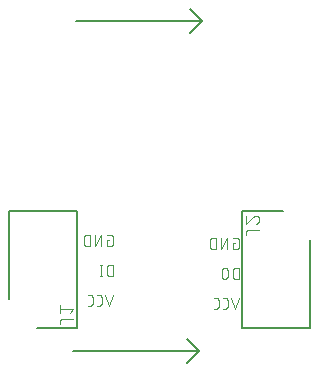
<source format=gbr>
G04 EAGLE Gerber RS-274X export*
G75*
%MOMM*%
%FSLAX34Y34*%
%LPD*%
%INSilkscreen Bottom*%
%IPPOS*%
%AMOC8*
5,1,8,0,0,1.08239X$1,22.5*%
G01*
%ADD10C,0.076200*%
%ADD11C,0.127000*%
%ADD12C,0.200000*%
%ADD13C,0.101600*%


D10*
X263934Y130062D02*
X262368Y130062D01*
X262368Y124841D01*
X265501Y124841D01*
X265590Y124843D01*
X265678Y124849D01*
X265766Y124858D01*
X265854Y124871D01*
X265941Y124888D01*
X266027Y124908D01*
X266112Y124933D01*
X266197Y124960D01*
X266280Y124992D01*
X266361Y125026D01*
X266441Y125065D01*
X266519Y125106D01*
X266596Y125151D01*
X266670Y125199D01*
X266743Y125250D01*
X266813Y125304D01*
X266880Y125362D01*
X266946Y125422D01*
X267008Y125484D01*
X267068Y125550D01*
X267126Y125617D01*
X267180Y125687D01*
X267231Y125760D01*
X267279Y125834D01*
X267324Y125911D01*
X267365Y125989D01*
X267404Y126069D01*
X267438Y126150D01*
X267470Y126233D01*
X267497Y126318D01*
X267522Y126403D01*
X267542Y126489D01*
X267559Y126576D01*
X267572Y126664D01*
X267581Y126752D01*
X267587Y126840D01*
X267589Y126929D01*
X267589Y132151D01*
X267587Y132240D01*
X267581Y132328D01*
X267572Y132416D01*
X267559Y132504D01*
X267542Y132591D01*
X267522Y132677D01*
X267497Y132762D01*
X267470Y132847D01*
X267438Y132930D01*
X267404Y133011D01*
X267365Y133091D01*
X267324Y133169D01*
X267279Y133246D01*
X267231Y133320D01*
X267180Y133393D01*
X267126Y133463D01*
X267068Y133530D01*
X267008Y133596D01*
X266946Y133658D01*
X266880Y133718D01*
X266813Y133776D01*
X266743Y133830D01*
X266670Y133881D01*
X266596Y133929D01*
X266519Y133974D01*
X266441Y134015D01*
X266361Y134054D01*
X266280Y134088D01*
X266197Y134120D01*
X266112Y134147D01*
X266027Y134172D01*
X265941Y134192D01*
X265854Y134209D01*
X265766Y134222D01*
X265678Y134231D01*
X265590Y134237D01*
X265501Y134239D01*
X262368Y134239D01*
X257835Y134239D02*
X257835Y124841D01*
X252614Y124841D02*
X257835Y134239D01*
X252614Y134239D02*
X252614Y124841D01*
X248082Y124841D02*
X248082Y134239D01*
X245471Y134239D01*
X245371Y134237D01*
X245271Y134231D01*
X245172Y134222D01*
X245072Y134208D01*
X244974Y134191D01*
X244876Y134170D01*
X244779Y134146D01*
X244683Y134117D01*
X244588Y134085D01*
X244495Y134050D01*
X244403Y134011D01*
X244312Y133968D01*
X244224Y133922D01*
X244137Y133872D01*
X244052Y133820D01*
X243969Y133764D01*
X243888Y133705D01*
X243810Y133642D01*
X243734Y133577D01*
X243660Y133509D01*
X243590Y133439D01*
X243522Y133365D01*
X243457Y133289D01*
X243394Y133211D01*
X243335Y133130D01*
X243279Y133047D01*
X243227Y132962D01*
X243177Y132875D01*
X243131Y132787D01*
X243088Y132696D01*
X243049Y132604D01*
X243014Y132511D01*
X242982Y132416D01*
X242953Y132320D01*
X242929Y132223D01*
X242908Y132125D01*
X242891Y132027D01*
X242877Y131927D01*
X242868Y131828D01*
X242862Y131728D01*
X242860Y131628D01*
X242861Y131628D02*
X242861Y127452D01*
X242860Y127452D02*
X242862Y127352D01*
X242868Y127252D01*
X242877Y127153D01*
X242891Y127053D01*
X242908Y126955D01*
X242929Y126857D01*
X242953Y126760D01*
X242982Y126664D01*
X243014Y126569D01*
X243049Y126476D01*
X243088Y126384D01*
X243131Y126293D01*
X243177Y126205D01*
X243227Y126118D01*
X243279Y126033D01*
X243335Y125950D01*
X243394Y125869D01*
X243457Y125791D01*
X243522Y125715D01*
X243590Y125641D01*
X243660Y125571D01*
X243734Y125503D01*
X243810Y125438D01*
X243888Y125375D01*
X243969Y125316D01*
X244052Y125260D01*
X244137Y125208D01*
X244224Y125158D01*
X244312Y125112D01*
X244403Y125069D01*
X244495Y125030D01*
X244588Y124995D01*
X244683Y124963D01*
X244779Y124934D01*
X244876Y124910D01*
X244974Y124889D01*
X245072Y124872D01*
X245172Y124858D01*
X245271Y124849D01*
X245371Y124843D01*
X245471Y124841D01*
X248082Y124841D01*
X267589Y108839D02*
X267589Y99441D01*
X267589Y108839D02*
X264978Y108839D01*
X264878Y108837D01*
X264778Y108831D01*
X264679Y108822D01*
X264579Y108808D01*
X264481Y108791D01*
X264383Y108770D01*
X264286Y108746D01*
X264190Y108717D01*
X264095Y108685D01*
X264002Y108650D01*
X263910Y108611D01*
X263819Y108568D01*
X263731Y108522D01*
X263644Y108472D01*
X263559Y108420D01*
X263476Y108364D01*
X263395Y108305D01*
X263317Y108242D01*
X263241Y108177D01*
X263167Y108109D01*
X263097Y108039D01*
X263029Y107965D01*
X262964Y107889D01*
X262901Y107811D01*
X262842Y107730D01*
X262786Y107647D01*
X262734Y107562D01*
X262684Y107475D01*
X262638Y107387D01*
X262595Y107296D01*
X262556Y107204D01*
X262521Y107111D01*
X262489Y107016D01*
X262460Y106920D01*
X262436Y106823D01*
X262415Y106725D01*
X262398Y106627D01*
X262384Y106527D01*
X262375Y106428D01*
X262369Y106328D01*
X262367Y106228D01*
X262368Y106228D02*
X262368Y102052D01*
X262367Y102052D02*
X262369Y101952D01*
X262375Y101852D01*
X262384Y101753D01*
X262398Y101653D01*
X262415Y101555D01*
X262436Y101457D01*
X262460Y101360D01*
X262489Y101264D01*
X262521Y101169D01*
X262556Y101076D01*
X262595Y100984D01*
X262638Y100893D01*
X262684Y100805D01*
X262734Y100718D01*
X262786Y100633D01*
X262842Y100550D01*
X262901Y100469D01*
X262964Y100391D01*
X263029Y100315D01*
X263097Y100241D01*
X263167Y100171D01*
X263241Y100103D01*
X263317Y100038D01*
X263395Y99975D01*
X263476Y99916D01*
X263559Y99860D01*
X263644Y99808D01*
X263731Y99758D01*
X263819Y99712D01*
X263910Y99669D01*
X264002Y99630D01*
X264095Y99595D01*
X264190Y99563D01*
X264286Y99534D01*
X264383Y99510D01*
X264481Y99489D01*
X264579Y99472D01*
X264679Y99458D01*
X264778Y99449D01*
X264878Y99443D01*
X264978Y99441D01*
X267589Y99441D01*
X258140Y102052D02*
X258140Y106228D01*
X258141Y106228D02*
X258139Y106329D01*
X258133Y106430D01*
X258123Y106531D01*
X258110Y106631D01*
X258092Y106731D01*
X258071Y106830D01*
X258045Y106928D01*
X258016Y107025D01*
X257984Y107121D01*
X257947Y107215D01*
X257907Y107308D01*
X257863Y107400D01*
X257816Y107489D01*
X257765Y107577D01*
X257711Y107663D01*
X257654Y107746D01*
X257594Y107828D01*
X257530Y107906D01*
X257464Y107983D01*
X257394Y108056D01*
X257322Y108127D01*
X257247Y108195D01*
X257169Y108260D01*
X257089Y108322D01*
X257007Y108381D01*
X256922Y108437D01*
X256836Y108489D01*
X256747Y108538D01*
X256656Y108584D01*
X256564Y108625D01*
X256470Y108664D01*
X256375Y108698D01*
X256279Y108729D01*
X256181Y108756D01*
X256083Y108780D01*
X255983Y108799D01*
X255883Y108815D01*
X255783Y108827D01*
X255682Y108835D01*
X255581Y108839D01*
X255479Y108839D01*
X255378Y108835D01*
X255277Y108827D01*
X255177Y108815D01*
X255077Y108799D01*
X254977Y108780D01*
X254879Y108756D01*
X254781Y108729D01*
X254685Y108698D01*
X254590Y108664D01*
X254496Y108625D01*
X254404Y108584D01*
X254313Y108538D01*
X254225Y108489D01*
X254138Y108437D01*
X254053Y108381D01*
X253971Y108322D01*
X253891Y108260D01*
X253813Y108195D01*
X253738Y108127D01*
X253666Y108056D01*
X253596Y107983D01*
X253530Y107906D01*
X253466Y107828D01*
X253406Y107746D01*
X253349Y107663D01*
X253295Y107577D01*
X253244Y107489D01*
X253197Y107400D01*
X253153Y107308D01*
X253113Y107215D01*
X253076Y107121D01*
X253044Y107025D01*
X253015Y106928D01*
X252989Y106830D01*
X252968Y106731D01*
X252950Y106631D01*
X252937Y106531D01*
X252927Y106430D01*
X252921Y106329D01*
X252919Y106228D01*
X252919Y102052D01*
X252921Y101951D01*
X252927Y101850D01*
X252937Y101749D01*
X252950Y101649D01*
X252968Y101549D01*
X252989Y101450D01*
X253015Y101352D01*
X253044Y101255D01*
X253076Y101159D01*
X253113Y101065D01*
X253153Y100972D01*
X253197Y100880D01*
X253244Y100791D01*
X253295Y100703D01*
X253349Y100617D01*
X253406Y100534D01*
X253466Y100452D01*
X253530Y100374D01*
X253596Y100297D01*
X253666Y100224D01*
X253738Y100153D01*
X253813Y100085D01*
X253891Y100020D01*
X253971Y99958D01*
X254053Y99899D01*
X254138Y99843D01*
X254225Y99791D01*
X254313Y99742D01*
X254404Y99696D01*
X254496Y99655D01*
X254590Y99616D01*
X254685Y99582D01*
X254781Y99551D01*
X254879Y99524D01*
X254977Y99500D01*
X255077Y99481D01*
X255177Y99465D01*
X255277Y99453D01*
X255378Y99445D01*
X255479Y99441D01*
X255581Y99441D01*
X255682Y99445D01*
X255783Y99453D01*
X255883Y99465D01*
X255983Y99481D01*
X256083Y99500D01*
X256181Y99524D01*
X256279Y99551D01*
X256375Y99582D01*
X256470Y99616D01*
X256564Y99655D01*
X256656Y99696D01*
X256747Y99742D01*
X256835Y99791D01*
X256922Y99843D01*
X257007Y99899D01*
X257089Y99958D01*
X257169Y100020D01*
X257247Y100085D01*
X257322Y100153D01*
X257394Y100224D01*
X257464Y100297D01*
X257530Y100374D01*
X257594Y100452D01*
X257654Y100534D01*
X257711Y100617D01*
X257765Y100703D01*
X257816Y100791D01*
X257863Y100880D01*
X257907Y100972D01*
X257947Y101065D01*
X257984Y101159D01*
X258016Y101255D01*
X258045Y101352D01*
X258071Y101450D01*
X258092Y101549D01*
X258110Y101649D01*
X258123Y101749D01*
X258133Y101850D01*
X258139Y101951D01*
X258141Y102052D01*
X267589Y83439D02*
X264456Y74041D01*
X261324Y83439D01*
X255860Y74041D02*
X253772Y74041D01*
X255860Y74041D02*
X255949Y74043D01*
X256037Y74049D01*
X256125Y74058D01*
X256213Y74071D01*
X256300Y74088D01*
X256386Y74108D01*
X256471Y74133D01*
X256556Y74160D01*
X256639Y74192D01*
X256720Y74226D01*
X256800Y74265D01*
X256878Y74306D01*
X256955Y74351D01*
X257029Y74399D01*
X257102Y74450D01*
X257172Y74504D01*
X257239Y74562D01*
X257305Y74622D01*
X257367Y74684D01*
X257427Y74750D01*
X257485Y74817D01*
X257539Y74887D01*
X257590Y74960D01*
X257638Y75034D01*
X257683Y75111D01*
X257724Y75189D01*
X257763Y75269D01*
X257797Y75350D01*
X257829Y75433D01*
X257856Y75518D01*
X257881Y75603D01*
X257901Y75689D01*
X257918Y75776D01*
X257931Y75864D01*
X257940Y75952D01*
X257946Y76040D01*
X257948Y76129D01*
X257949Y76129D02*
X257949Y81351D01*
X257948Y81351D02*
X257946Y81440D01*
X257940Y81528D01*
X257931Y81616D01*
X257918Y81704D01*
X257901Y81791D01*
X257881Y81877D01*
X257856Y81962D01*
X257829Y82047D01*
X257797Y82130D01*
X257763Y82211D01*
X257724Y82291D01*
X257683Y82369D01*
X257638Y82446D01*
X257590Y82520D01*
X257539Y82593D01*
X257485Y82663D01*
X257427Y82730D01*
X257367Y82796D01*
X257305Y82858D01*
X257239Y82918D01*
X257172Y82976D01*
X257102Y83030D01*
X257029Y83081D01*
X256955Y83129D01*
X256878Y83174D01*
X256800Y83215D01*
X256720Y83254D01*
X256639Y83288D01*
X256556Y83320D01*
X256471Y83347D01*
X256386Y83372D01*
X256300Y83392D01*
X256213Y83409D01*
X256125Y83422D01*
X256037Y83431D01*
X255949Y83437D01*
X255860Y83439D01*
X253772Y83439D01*
X248240Y74041D02*
X246152Y74041D01*
X248240Y74041D02*
X248329Y74043D01*
X248417Y74049D01*
X248505Y74058D01*
X248593Y74071D01*
X248680Y74088D01*
X248766Y74108D01*
X248851Y74133D01*
X248936Y74160D01*
X249019Y74192D01*
X249100Y74226D01*
X249180Y74265D01*
X249258Y74306D01*
X249335Y74351D01*
X249409Y74399D01*
X249482Y74450D01*
X249552Y74504D01*
X249619Y74562D01*
X249685Y74622D01*
X249747Y74684D01*
X249807Y74750D01*
X249865Y74817D01*
X249919Y74887D01*
X249970Y74960D01*
X250018Y75034D01*
X250063Y75111D01*
X250104Y75189D01*
X250143Y75269D01*
X250177Y75350D01*
X250209Y75433D01*
X250236Y75518D01*
X250261Y75603D01*
X250281Y75689D01*
X250298Y75776D01*
X250311Y75864D01*
X250320Y75952D01*
X250326Y76040D01*
X250328Y76129D01*
X250329Y76129D02*
X250329Y81351D01*
X250328Y81351D02*
X250326Y81440D01*
X250320Y81528D01*
X250311Y81616D01*
X250298Y81704D01*
X250281Y81791D01*
X250261Y81877D01*
X250236Y81962D01*
X250209Y82047D01*
X250177Y82130D01*
X250143Y82211D01*
X250104Y82291D01*
X250063Y82369D01*
X250018Y82446D01*
X249970Y82520D01*
X249919Y82593D01*
X249865Y82663D01*
X249807Y82730D01*
X249747Y82796D01*
X249685Y82858D01*
X249619Y82918D01*
X249552Y82976D01*
X249482Y83030D01*
X249409Y83081D01*
X249335Y83129D01*
X249258Y83174D01*
X249180Y83215D01*
X249100Y83254D01*
X249019Y83288D01*
X248936Y83320D01*
X248851Y83347D01*
X248766Y83372D01*
X248680Y83392D01*
X248593Y83409D01*
X248505Y83422D01*
X248417Y83431D01*
X248329Y83437D01*
X248240Y83439D01*
X246152Y83439D01*
X157254Y132602D02*
X155688Y132602D01*
X155688Y127381D01*
X158821Y127381D01*
X158910Y127383D01*
X158998Y127389D01*
X159086Y127398D01*
X159174Y127411D01*
X159261Y127428D01*
X159347Y127448D01*
X159432Y127473D01*
X159517Y127500D01*
X159600Y127532D01*
X159681Y127566D01*
X159761Y127605D01*
X159839Y127646D01*
X159916Y127691D01*
X159990Y127739D01*
X160063Y127790D01*
X160133Y127844D01*
X160200Y127902D01*
X160266Y127962D01*
X160328Y128024D01*
X160388Y128090D01*
X160446Y128157D01*
X160500Y128227D01*
X160551Y128300D01*
X160599Y128374D01*
X160644Y128451D01*
X160685Y128529D01*
X160724Y128609D01*
X160758Y128690D01*
X160790Y128773D01*
X160817Y128858D01*
X160842Y128943D01*
X160862Y129029D01*
X160879Y129116D01*
X160892Y129204D01*
X160901Y129292D01*
X160907Y129380D01*
X160909Y129469D01*
X160909Y134691D01*
X160907Y134780D01*
X160901Y134868D01*
X160892Y134956D01*
X160879Y135044D01*
X160862Y135131D01*
X160842Y135217D01*
X160817Y135302D01*
X160790Y135387D01*
X160758Y135470D01*
X160724Y135551D01*
X160685Y135631D01*
X160644Y135709D01*
X160599Y135786D01*
X160551Y135860D01*
X160500Y135933D01*
X160446Y136003D01*
X160388Y136070D01*
X160328Y136136D01*
X160266Y136198D01*
X160200Y136258D01*
X160133Y136316D01*
X160063Y136370D01*
X159990Y136421D01*
X159916Y136469D01*
X159839Y136514D01*
X159761Y136555D01*
X159681Y136594D01*
X159600Y136628D01*
X159517Y136660D01*
X159432Y136687D01*
X159347Y136712D01*
X159261Y136732D01*
X159174Y136749D01*
X159086Y136762D01*
X158998Y136771D01*
X158910Y136777D01*
X158821Y136779D01*
X155688Y136779D01*
X151155Y136779D02*
X151155Y127381D01*
X145934Y127381D02*
X151155Y136779D01*
X145934Y136779D02*
X145934Y127381D01*
X141402Y127381D02*
X141402Y136779D01*
X138791Y136779D01*
X138691Y136777D01*
X138591Y136771D01*
X138492Y136762D01*
X138392Y136748D01*
X138294Y136731D01*
X138196Y136710D01*
X138099Y136686D01*
X138003Y136657D01*
X137908Y136625D01*
X137815Y136590D01*
X137723Y136551D01*
X137632Y136508D01*
X137544Y136462D01*
X137457Y136412D01*
X137372Y136360D01*
X137289Y136304D01*
X137208Y136245D01*
X137130Y136182D01*
X137054Y136117D01*
X136980Y136049D01*
X136910Y135979D01*
X136842Y135905D01*
X136777Y135829D01*
X136714Y135751D01*
X136655Y135670D01*
X136599Y135587D01*
X136547Y135502D01*
X136497Y135415D01*
X136451Y135327D01*
X136408Y135236D01*
X136369Y135144D01*
X136334Y135051D01*
X136302Y134956D01*
X136273Y134860D01*
X136249Y134763D01*
X136228Y134665D01*
X136211Y134567D01*
X136197Y134467D01*
X136188Y134368D01*
X136182Y134268D01*
X136180Y134168D01*
X136181Y134168D02*
X136181Y129992D01*
X136180Y129992D02*
X136182Y129892D01*
X136188Y129792D01*
X136197Y129693D01*
X136211Y129593D01*
X136228Y129495D01*
X136249Y129397D01*
X136273Y129300D01*
X136302Y129204D01*
X136334Y129109D01*
X136369Y129016D01*
X136408Y128924D01*
X136451Y128833D01*
X136497Y128745D01*
X136547Y128658D01*
X136599Y128573D01*
X136655Y128490D01*
X136714Y128409D01*
X136777Y128331D01*
X136842Y128255D01*
X136910Y128181D01*
X136980Y128111D01*
X137054Y128043D01*
X137130Y127978D01*
X137208Y127915D01*
X137289Y127856D01*
X137372Y127800D01*
X137457Y127748D01*
X137544Y127698D01*
X137632Y127652D01*
X137723Y127609D01*
X137815Y127570D01*
X137908Y127535D01*
X138003Y127503D01*
X138099Y127474D01*
X138196Y127450D01*
X138294Y127429D01*
X138392Y127412D01*
X138492Y127398D01*
X138591Y127389D01*
X138691Y127383D01*
X138791Y127381D01*
X141402Y127381D01*
X160909Y111379D02*
X160909Y101981D01*
X160909Y111379D02*
X158298Y111379D01*
X158198Y111377D01*
X158098Y111371D01*
X157999Y111362D01*
X157899Y111348D01*
X157801Y111331D01*
X157703Y111310D01*
X157606Y111286D01*
X157510Y111257D01*
X157415Y111225D01*
X157322Y111190D01*
X157230Y111151D01*
X157139Y111108D01*
X157051Y111062D01*
X156964Y111012D01*
X156879Y110960D01*
X156796Y110904D01*
X156715Y110845D01*
X156637Y110782D01*
X156561Y110717D01*
X156487Y110649D01*
X156417Y110579D01*
X156349Y110505D01*
X156284Y110429D01*
X156221Y110351D01*
X156162Y110270D01*
X156106Y110187D01*
X156054Y110102D01*
X156004Y110015D01*
X155958Y109927D01*
X155915Y109836D01*
X155876Y109744D01*
X155841Y109651D01*
X155809Y109556D01*
X155780Y109460D01*
X155756Y109363D01*
X155735Y109265D01*
X155718Y109167D01*
X155704Y109067D01*
X155695Y108968D01*
X155689Y108868D01*
X155687Y108768D01*
X155688Y108768D02*
X155688Y104592D01*
X155687Y104592D02*
X155689Y104492D01*
X155695Y104392D01*
X155704Y104293D01*
X155718Y104193D01*
X155735Y104095D01*
X155756Y103997D01*
X155780Y103900D01*
X155809Y103804D01*
X155841Y103709D01*
X155876Y103616D01*
X155915Y103524D01*
X155958Y103433D01*
X156004Y103345D01*
X156054Y103258D01*
X156106Y103173D01*
X156162Y103090D01*
X156221Y103009D01*
X156284Y102931D01*
X156349Y102855D01*
X156417Y102781D01*
X156487Y102711D01*
X156561Y102643D01*
X156637Y102578D01*
X156715Y102515D01*
X156796Y102456D01*
X156879Y102400D01*
X156964Y102348D01*
X157051Y102298D01*
X157139Y102252D01*
X157230Y102209D01*
X157322Y102170D01*
X157415Y102135D01*
X157510Y102103D01*
X157606Y102074D01*
X157703Y102050D01*
X157801Y102029D01*
X157899Y102012D01*
X157999Y101998D01*
X158098Y101989D01*
X158198Y101983D01*
X158298Y101981D01*
X160909Y101981D01*
X150678Y101981D02*
X150678Y111379D01*
X151723Y101981D02*
X149634Y101981D01*
X149634Y111379D02*
X151723Y111379D01*
X160909Y85979D02*
X157776Y76581D01*
X154644Y85979D01*
X149180Y76581D02*
X147092Y76581D01*
X149180Y76581D02*
X149269Y76583D01*
X149357Y76589D01*
X149445Y76598D01*
X149533Y76611D01*
X149620Y76628D01*
X149706Y76648D01*
X149791Y76673D01*
X149876Y76700D01*
X149959Y76732D01*
X150040Y76766D01*
X150120Y76805D01*
X150198Y76846D01*
X150275Y76891D01*
X150349Y76939D01*
X150422Y76990D01*
X150492Y77044D01*
X150559Y77102D01*
X150625Y77162D01*
X150687Y77224D01*
X150747Y77290D01*
X150805Y77357D01*
X150859Y77427D01*
X150910Y77500D01*
X150958Y77574D01*
X151003Y77651D01*
X151044Y77729D01*
X151083Y77809D01*
X151117Y77890D01*
X151149Y77973D01*
X151176Y78058D01*
X151201Y78143D01*
X151221Y78229D01*
X151238Y78316D01*
X151251Y78404D01*
X151260Y78492D01*
X151266Y78580D01*
X151268Y78669D01*
X151269Y78669D02*
X151269Y83891D01*
X151268Y83891D02*
X151266Y83980D01*
X151260Y84068D01*
X151251Y84156D01*
X151238Y84244D01*
X151221Y84331D01*
X151201Y84417D01*
X151176Y84502D01*
X151149Y84587D01*
X151117Y84670D01*
X151083Y84751D01*
X151044Y84831D01*
X151003Y84909D01*
X150958Y84986D01*
X150910Y85060D01*
X150859Y85133D01*
X150805Y85203D01*
X150747Y85270D01*
X150687Y85336D01*
X150625Y85398D01*
X150559Y85458D01*
X150492Y85516D01*
X150422Y85570D01*
X150349Y85621D01*
X150275Y85669D01*
X150198Y85714D01*
X150120Y85755D01*
X150040Y85794D01*
X149959Y85828D01*
X149876Y85860D01*
X149791Y85887D01*
X149706Y85912D01*
X149620Y85932D01*
X149533Y85949D01*
X149445Y85962D01*
X149357Y85971D01*
X149269Y85977D01*
X149180Y85979D01*
X147092Y85979D01*
X141560Y76581D02*
X139472Y76581D01*
X141560Y76581D02*
X141649Y76583D01*
X141737Y76589D01*
X141825Y76598D01*
X141913Y76611D01*
X142000Y76628D01*
X142086Y76648D01*
X142171Y76673D01*
X142256Y76700D01*
X142339Y76732D01*
X142420Y76766D01*
X142500Y76805D01*
X142578Y76846D01*
X142655Y76891D01*
X142729Y76939D01*
X142802Y76990D01*
X142872Y77044D01*
X142939Y77102D01*
X143005Y77162D01*
X143067Y77224D01*
X143127Y77290D01*
X143185Y77357D01*
X143239Y77427D01*
X143290Y77500D01*
X143338Y77574D01*
X143383Y77651D01*
X143424Y77729D01*
X143463Y77809D01*
X143497Y77890D01*
X143529Y77973D01*
X143556Y78058D01*
X143581Y78143D01*
X143601Y78229D01*
X143618Y78316D01*
X143631Y78404D01*
X143640Y78492D01*
X143646Y78580D01*
X143648Y78669D01*
X143649Y78669D02*
X143649Y83891D01*
X143648Y83891D02*
X143646Y83980D01*
X143640Y84068D01*
X143631Y84156D01*
X143618Y84244D01*
X143601Y84331D01*
X143581Y84417D01*
X143556Y84502D01*
X143529Y84587D01*
X143497Y84670D01*
X143463Y84751D01*
X143424Y84831D01*
X143383Y84909D01*
X143338Y84986D01*
X143290Y85060D01*
X143239Y85133D01*
X143185Y85203D01*
X143127Y85270D01*
X143067Y85336D01*
X143005Y85398D01*
X142939Y85458D01*
X142872Y85516D01*
X142802Y85570D01*
X142729Y85621D01*
X142655Y85669D01*
X142578Y85714D01*
X142500Y85755D01*
X142420Y85794D01*
X142339Y85828D01*
X142256Y85860D01*
X142171Y85887D01*
X142086Y85912D01*
X142000Y85932D01*
X141913Y85949D01*
X141825Y85962D01*
X141737Y85971D01*
X141649Y85977D01*
X141560Y85979D01*
X139472Y85979D01*
D11*
X127000Y38100D02*
X233680Y38100D01*
X223520Y27940D01*
X233680Y38100D02*
X223520Y48260D01*
X236220Y317500D02*
X129540Y317500D01*
X226060Y307340D02*
X236220Y317500D01*
X226060Y327660D01*
D12*
X72766Y156542D02*
X72766Y82042D01*
X72766Y156542D02*
X130266Y156542D01*
X130266Y57542D01*
X96266Y57542D01*
D13*
X118420Y65407D02*
X127508Y65407D01*
X118420Y65407D02*
X118321Y65405D01*
X118221Y65399D01*
X118122Y65390D01*
X118024Y65377D01*
X117926Y65360D01*
X117828Y65339D01*
X117732Y65314D01*
X117637Y65286D01*
X117543Y65254D01*
X117450Y65219D01*
X117358Y65180D01*
X117268Y65137D01*
X117180Y65092D01*
X117093Y65042D01*
X117009Y64990D01*
X116926Y64934D01*
X116846Y64876D01*
X116768Y64814D01*
X116693Y64749D01*
X116620Y64681D01*
X116550Y64611D01*
X116482Y64538D01*
X116417Y64463D01*
X116355Y64385D01*
X116297Y64305D01*
X116241Y64222D01*
X116189Y64138D01*
X116139Y64051D01*
X116094Y63963D01*
X116051Y63873D01*
X116012Y63781D01*
X115977Y63688D01*
X115945Y63594D01*
X115917Y63499D01*
X115892Y63403D01*
X115871Y63305D01*
X115854Y63207D01*
X115841Y63109D01*
X115832Y63010D01*
X115826Y62910D01*
X115824Y62811D01*
X115824Y61512D01*
X124912Y70680D02*
X127508Y73926D01*
X115824Y73926D01*
X115824Y70680D02*
X115824Y77172D01*
D12*
X328046Y57580D02*
X328046Y132080D01*
X328046Y57580D02*
X270546Y57580D01*
X270546Y156580D01*
X304546Y156580D01*
D13*
X284988Y140845D02*
X275900Y140845D01*
X275801Y140843D01*
X275701Y140837D01*
X275602Y140828D01*
X275504Y140815D01*
X275406Y140798D01*
X275308Y140777D01*
X275212Y140752D01*
X275117Y140724D01*
X275023Y140692D01*
X274930Y140657D01*
X274838Y140618D01*
X274748Y140575D01*
X274660Y140530D01*
X274573Y140480D01*
X274489Y140428D01*
X274406Y140372D01*
X274326Y140314D01*
X274248Y140252D01*
X274173Y140187D01*
X274100Y140119D01*
X274030Y140049D01*
X273962Y139976D01*
X273897Y139901D01*
X273835Y139823D01*
X273777Y139743D01*
X273721Y139660D01*
X273669Y139576D01*
X273619Y139489D01*
X273574Y139401D01*
X273531Y139311D01*
X273492Y139219D01*
X273457Y139126D01*
X273425Y139032D01*
X273397Y138937D01*
X273372Y138841D01*
X273351Y138743D01*
X273334Y138645D01*
X273321Y138547D01*
X273312Y138448D01*
X273306Y138348D01*
X273304Y138249D01*
X273304Y136950D01*
X284988Y149689D02*
X284986Y149796D01*
X284980Y149902D01*
X284970Y150008D01*
X284957Y150114D01*
X284939Y150220D01*
X284918Y150324D01*
X284893Y150428D01*
X284864Y150531D01*
X284832Y150632D01*
X284795Y150732D01*
X284755Y150831D01*
X284712Y150929D01*
X284665Y151025D01*
X284614Y151119D01*
X284560Y151211D01*
X284503Y151301D01*
X284443Y151389D01*
X284379Y151474D01*
X284312Y151557D01*
X284242Y151638D01*
X284170Y151716D01*
X284094Y151792D01*
X284016Y151864D01*
X283935Y151934D01*
X283852Y152001D01*
X283767Y152065D01*
X283679Y152125D01*
X283589Y152182D01*
X283497Y152236D01*
X283403Y152287D01*
X283307Y152334D01*
X283209Y152377D01*
X283110Y152417D01*
X283010Y152454D01*
X282909Y152486D01*
X282806Y152515D01*
X282702Y152540D01*
X282598Y152561D01*
X282492Y152579D01*
X282386Y152592D01*
X282280Y152602D01*
X282174Y152608D01*
X282067Y152610D01*
X284988Y149689D02*
X284986Y149568D01*
X284980Y149447D01*
X284970Y149327D01*
X284957Y149206D01*
X284939Y149087D01*
X284918Y148967D01*
X284893Y148849D01*
X284864Y148732D01*
X284831Y148615D01*
X284795Y148500D01*
X284754Y148386D01*
X284711Y148273D01*
X284663Y148161D01*
X284612Y148052D01*
X284557Y147944D01*
X284499Y147837D01*
X284438Y147733D01*
X284373Y147631D01*
X284305Y147531D01*
X284234Y147433D01*
X284160Y147337D01*
X284083Y147244D01*
X284002Y147154D01*
X283919Y147066D01*
X283833Y146981D01*
X283744Y146898D01*
X283653Y146819D01*
X283559Y146742D01*
X283463Y146669D01*
X283365Y146599D01*
X283264Y146532D01*
X283161Y146468D01*
X283056Y146408D01*
X282949Y146351D01*
X282841Y146297D01*
X282731Y146247D01*
X282619Y146201D01*
X282506Y146158D01*
X282391Y146119D01*
X279795Y151636D02*
X279872Y151715D01*
X279953Y151791D01*
X280036Y151864D01*
X280121Y151934D01*
X280209Y152001D01*
X280299Y152065D01*
X280391Y152125D01*
X280486Y152182D01*
X280582Y152236D01*
X280680Y152287D01*
X280780Y152334D01*
X280882Y152378D01*
X280985Y152418D01*
X281089Y152454D01*
X281195Y152486D01*
X281301Y152515D01*
X281409Y152540D01*
X281517Y152562D01*
X281627Y152579D01*
X281736Y152593D01*
X281846Y152602D01*
X281957Y152608D01*
X282067Y152610D01*
X279795Y151636D02*
X273304Y146118D01*
X273304Y152610D01*
M02*

</source>
